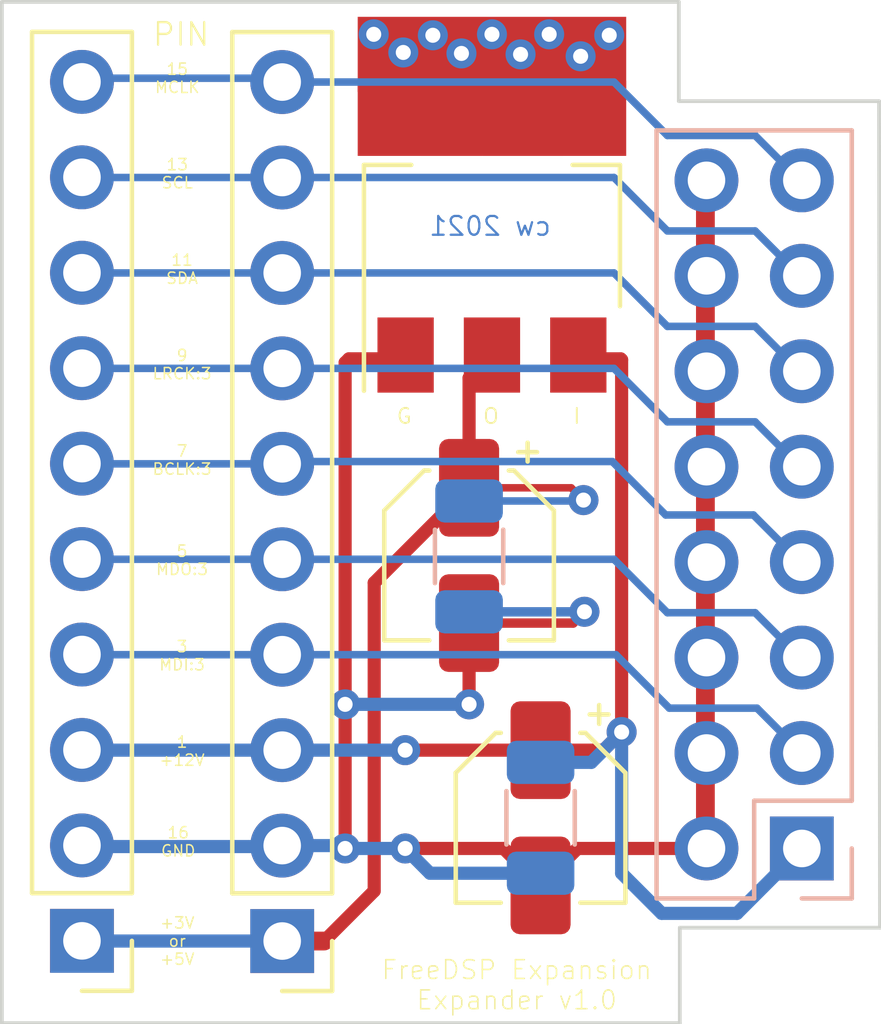
<source format=kicad_pcb>
(kicad_pcb (version 20220211) (generator pcbnew)
  (title_block (date "2021-04-07"))
  (layers (0 "F.Cu" signal) (31 "B.Cu" signal) (34 "B.Paste" user) (35 "F.Paste" user) (36 "B.SilkS" user "B.Silkscreen") (37 "F.SilkS" user "F.Silkscreen") (38 "B.Mask" user) (39 "F.Mask" user) (44 "Edge.Cuts" user))
  (net 0 "")
  (net 1 "GND")
  (net 2 "+12V")
  (net 3 "+3V3")
  (net 4 "SCL")
  (net 5 "SDA")
  (net 6 "BCLK:3")
  (net 7 "MDO:3")
  (net 8 "MDI:3")
  (net 9 "MCLK")
  (net 10 "LRCK:3")
  (footprint "Connector_PinHeader_2.54mm:PinHeader_1x10_P2.54mm_Vertical" (layer "F.Cu") (at 144.377 99.09 180)
    (fp_text reference "J4" hide)
    (fp_text value "PinHeader_1x10_P2.54mm_Vertical" hide)
    (fp_line (start -1.33 -1.33) (end 0 -1.33) (stroke (width 0.12)) (layer "F.SilkS"))
    (fp_line (start -1.33 0) (end -1.33 -1.33) (stroke (width 0.12)) (layer "F.SilkS"))
    (fp_line (start -1.33 1.27) (end -1.33 24.19) (stroke (width 0.12)) (layer "F.SilkS"))
    (fp_line (start -1.33 1.27) (end 1.33 1.27) (stroke (width 0.12)) (layer "F.SilkS"))
    (fp_line (start -1.33 24.19) (end 1.33 24.19) (stroke (width 0.12)) (layer "F.SilkS"))
    (fp_line (start 1.33 1.27) (end 1.33 24.19) (stroke (width 0.12)) (layer "F.SilkS"))
    (pad "0" thru_hole rect locked (at 0 0 180) (size 1.7 1.7) (drill 1) (layers *.Cu *.Mask) (net 3 "+3V3"))
    (pad "1" thru_hole oval locked (at 0 2.54 180) (size 1.7 1.7) (drill 1) (layers *.Cu *.Mask) (net 1 "GND"))
    (pad "2" thru_hole oval locked (at 0 5.08 180) (size 1.7 1.7) (drill 1) (layers *.Cu *.Mask) (net 2 "+12V"))
    (pad "3" thru_hole oval locked (at 0 7.62 180) (size 1.7 1.7) (drill 1) (layers *.Cu *.Mask) (net 8 "MDI:3"))
    (pad "4" thru_hole oval locked (at 0 10.16 180) (size 1.7 1.7) (drill 1) (layers *.Cu *.Mask) (net 7 "MDO:3"))
    (pad "5" thru_hole oval locked (at 0 12.7 180) (size 1.7 1.7) (drill 1) (layers *.Cu *.Mask) (net 6 "BCLK:3"))
    (pad "6" thru_hole oval locked (at 0 15.24 180) (size 1.7 1.7) (drill 1) (layers *.Cu *.Mask) (net 10 "LRCK:3"))
    (pad "7" thru_hole oval locked (at 0 17.78 180) (size 1.7 1.7) (drill 1) (layers *.Cu *.Mask) (net 5 "SDA"))
    (pad "8" thru_hole oval locked (at 0 20.32 180) (size 1.7 1.7) (drill 1) (layers *.Cu *.Mask) (net 4 "SCL"))
    (pad "9" thru_hole oval locked (at 0 22.86 180) (size 1.7 1.7) (drill 1) (layers *.Cu *.Mask) (net 9 "MCLK"))
  )
  (footprint "" (layer "F.Cu") (at 151.6414 75.4934)
    (fp_text reference "" (at 0 0) (layer "F.SilkS") (effects (font (size 1.27 1.27))))
    (fp_text value "" (at 0 0) (layer "F.SilkS") (effects (font (size 1.27 1.27))))
    (pad "2" smd rect locked (at 0 0 90) (size 2 3.8) (layers "F.Cu" "F.Paste" "F.Mask"))
  )
  (footprint "Capacitor_SMD:CP_Elec_4x5.4" (layer "F.Cu") (at 149.3554 88.8284 -90)
    (fp_text reference "C2" hide)
    (fp_text value "CP_Elec_4x5.4" hide)
    (fp_line (start -3 -1.56) (end -2.5 -1.56) (stroke (width 0.12)) (layer "F.SilkS"))
    (fp_line (start -2.75 -1.81) (end -2.75 -1.31) (stroke (width 0.12)) (layer "F.SilkS"))
    (fp_line (start -2.26 -1.195563) (end -2.26 -1.06) (stroke (width 0.12)) (layer "F.SilkS"))
    (fp_line (start -2.26 -1.195563) (end -1.195563 -2.26) (stroke (width 0.12)) (layer "F.SilkS"))
    (fp_line (start -2.26 1.195563) (end -2.26 1.06) (stroke (width 0.12)) (layer "F.SilkS"))
    (fp_line (start -2.26 1.195563) (end -1.195563 2.26) (stroke (width 0.12)) (layer "F.SilkS"))
    (fp_line (start -1.195563 -2.26) (end 2.26 -2.26) (stroke (width 0.12)) (layer "F.SilkS"))
    (fp_line (start -1.195563 2.26) (end 2.26 2.26) (stroke (width 0.12)) (layer "F.SilkS"))
    (fp_line (start 2.26 -2.26) (end 2.26 -1.06) (stroke (width 0.12)) (layer "F.SilkS"))
    (fp_line (start 2.26 2.26) (end 2.26 1.06) (stroke (width 0.12)) (layer "F.SilkS"))
    (pad "1" smd roundrect locked (at -1.8 0 270) (size 2.6 1.6) (layers "F.Cu" "F.Paste" "F.Mask") (roundrect_rratio 0.156) (net 3 "+3V3"))
    (pad "2" smd roundrect locked (at 1.8 0 270) (size 2.6 1.6) (layers "F.Cu" "F.Paste" "F.Mask") (roundrect_rratio 0.156) (net 1 "GND"))
  )
  (footprint "Capacitor_SMD:CP_Elec_4x5.4" (layer "F.Cu") (at 151.2604 95.81 -90)
    (fp_text reference "C1" hide)
    (fp_text value "CP_Elec_4x5.4" hide)
    (fp_line (start -3 -1.56) (end -2.5 -1.56) (stroke (width 0.12)) (layer "F.SilkS"))
    (fp_line (start -2.75 -1.81) (end -2.75 -1.31) (stroke (width 0.12)) (layer "F.SilkS"))
    (fp_line (start -2.26 -1.195563) (end -2.26 -1.06) (stroke (width 0.12)) (layer "F.SilkS"))
    (fp_line (start -2.26 -1.195563) (end -1.195563 -2.26) (stroke (width 0.12)) (layer "F.SilkS"))
    (fp_line (start -2.26 1.195563) (end -2.26 1.06) (stroke (width 0.12)) (layer "F.SilkS"))
    (fp_line (start -2.26 1.195563) (end -1.195563 2.26) (stroke (width 0.12)) (layer "F.SilkS"))
    (fp_line (start -1.195563 -2.26) (end 2.26 -2.26) (stroke (width 0.12)) (layer "F.SilkS"))
    (fp_line (start -1.195563 2.26) (end 2.26 2.26) (stroke (width 0.12)) (layer "F.SilkS"))
    (fp_line (start 2.26 -2.26) (end 2.26 -1.06) (stroke (width 0.12)) (layer "F.SilkS"))
    (fp_line (start 2.26 2.26) (end 2.26 1.06) (stroke (width 0.12)) (layer "F.SilkS"))
    (pad "1" smd roundrect locked (at -1.8 0 270) (size 2.6 1.6) (layers "F.Cu" "F.Paste" "F.Mask") (roundrect_rratio 0.15625) (net 2 "+12V"))
    (pad "2" smd roundrect locked (at 1.8 0 270) (size 2.6 1.6) (layers "F.Cu" "F.Paste" "F.Mask") (roundrect_rratio 0.15625) (net 1 "GND"))
  )
  (footprint "" (layer "F.Cu") (at 151.6414 77.1952)
    (fp_text reference "" (at 0 0) (layer "F.SilkS") (effects (font (size 1.27 1.27))))
    (fp_text value "" (at 0 0) (layer "F.SilkS") (effects (font (size 1.27 1.27))))
    (pad "2" smd rect locked (at 0 0 90) (size 2 3.8) (layers "F.Cu" "F.Paste" "F.Mask"))
  )
  (footprint "Connector_PinHeader_2.54mm:PinHeader_1x10_P2.54mm_Vertical" (layer "F.Cu") (at 139.043 99.085 180)
    (fp_text reference "J4" hide)
    (fp_text value "PinHeader_1x10_P2.54mm_Vertical" hide)
    (fp_line (start -1.33 -1.33) (end 0 -1.33) (stroke (width 0.12)) (layer "F.SilkS"))
    (fp_line (start -1.33 0) (end -1.33 -1.33) (stroke (width 0.12)) (layer "F.SilkS"))
    (fp_line (start -1.33 1.27) (end -1.33 24.19) (stroke (width 0.12)) (layer "F.SilkS"))
    (fp_line (start -1.33 1.27) (end 1.33 1.27) (stroke (width 0.12)) (layer "F.SilkS"))
    (fp_line (start -1.33 24.19) (end 1.33 24.19) (stroke (width 0.12)) (layer "F.SilkS"))
    (fp_line (start 1.33 1.27) (end 1.33 24.19) (stroke (width 0.12)) (layer "F.SilkS"))
    (pad "0" thru_hole rect locked (at 0 0 180) (size 1.7 1.7) (drill 1) (layers *.Cu *.Mask) (net 3 "+3V3"))
    (pad "1" thru_hole oval locked (at 0 2.54 180) (size 1.7 1.7) (drill 1) (layers *.Cu *.Mask) (net 1 "GND"))
    (pad "2" thru_hole oval locked (at 0 5.08 180) (size 1.7 1.7) (drill 1) (layers *.Cu *.Mask) (net 2 "+12V"))
    (pad "3" thru_hole oval locked (at 0 7.62 180) (size 1.7 1.7) (drill 1) (layers *.Cu *.Mask) (net 8 "MDI:3"))
    (pad "4" thru_hole oval locked (at 0 10.16 180) (size 1.7 1.7) (drill 1) (layers *.Cu *.Mask) (net 7 "MDO:3"))
    (pad "5" thru_hole oval locked (at 0 12.7 180) (size 1.7 1.7) (drill 1) (layers *.Cu *.Mask) (net 6 "BCLK:3"))
    (pad "6" thru_hole oval locked (at 0 15.24 180) (size 1.7 1.7) (drill 1) (layers *.Cu *.Mask) (net 10 "LRCK:3"))
    (pad "7" thru_hole oval locked (at 0 17.78 180) (size 1.7 1.7) (drill 1) (layers *.Cu *.Mask) (net 5 "SDA"))
    (pad "8" thru_hole oval locked (at 0 20.32 180) (size 1.7 1.7) (drill 1) (layers *.Cu *.Mask) (net 4 "SCL"))
    (pad "9" thru_hole oval locked (at 0 22.86 180) (size 1.7 1.7) (drill 1) (layers *.Cu *.Mask) (net 9 "MCLK"))
  )
  (footprint "Package_TO_SOT_SMD:SOT-223-3_TabPin2" (layer "F.Cu") (at 149.965 80.3452 90)
    (fp_text reference "U1" hide)
    (fp_text value "SOT-223-3_TabPin2" hide)
    (fp_line (start -4.1 -3.41) (end 1.91 -3.41) (stroke (width 0.12)) (layer "F.SilkS"))
    (fp_line (start -1.85 3.41) (end 1.91 3.41) (stroke (width 0.12)) (layer "F.SilkS"))
    (fp_line (start 1.91 -3.41) (end 1.91 -2.15) (stroke (width 0.12)) (layer "F.SilkS"))
    (fp_line (start 1.91 3.41) (end 1.91 2.15) (stroke (width 0.12)) (layer "F.SilkS"))
    (pad "1" smd rect locked (at -3.15 -2.3 90) (size 2 1.5) (layers "F.Cu" "F.Paste" "F.Mask") (net 1 "GND"))
    (pad "2" smd rect locked (at -3.15 0 90) (size 2 1.5) (layers "F.Cu" "F.Paste" "F.Mask") (net 3 "+3V3"))
    (pad "2" smd rect locked (at 3.15 0 90) (size 2 3.8) (layers "F.Cu" "F.Paste" "F.Mask"))
    (pad "3" smd rect locked (at -3.15 2.3 90) (size 2 1.5) (layers "F.Cu" "F.Paste" "F.Mask") (net 2 "+12V"))
  )
  (footprint "" (layer "F.Cu") (at 148.2886 75.4934)
    (fp_text reference "" (at 0 0) (layer "F.SilkS") (effects (font (size 1.27 1.27))))
    (fp_text value "" (at 0 0) (layer "F.SilkS") (effects (font (size 1.27 1.27))))
    (pad "2" smd rect locked (at 0 0 90) (size 2 3.8) (layers "F.Cu" "F.Paste" "F.Mask"))
  )
  (footprint "" (layer "F.Cu") (at 148.2886 77.1952)
    (fp_text reference "" (at 0 0) (layer "F.SilkS") (effects (font (size 1.27 1.27))))
    (fp_text value "" (at 0 0) (layer "F.SilkS") (effects (font (size 1.27 1.27))))
    (pad "2" smd rect locked (at 0 0 90) (size 2 3.8) (layers "F.Cu" "F.Paste" "F.Mask"))
  )
  (footprint "Capacitor_SMD:C_1206_3216Metric" (layer "B.Cu") (at 151.2604 95.81 -90)
    (fp_text reference "C11" hide)
    (fp_text value "C_1206_3216Metric" hide)
    (fp_line (start -0.711252 -0.91) (end 0.711252 -0.91) (stroke (width 0.12)) (layer "B.SilkS"))
    (fp_line (start -0.711252 0.91) (end 0.711252 0.91) (stroke (width 0.12)) (layer "B.SilkS"))
    (pad "1" smd roundrect locked (at -1.475 0 270) (size 1.15 1.8) (layers "B.Cu" "B.Paste" "B.Mask") (roundrect_rratio 0.217) (net 2 "+12V"))
    (pad "2" smd roundrect locked (at 1.475 0 270) (size 1.15 1.8) (layers "B.Cu" "B.Paste" "B.Mask") (roundrect_rratio 0.217) (net 1 "GND"))
  )
  (footprint "Connector_PinSocket_2.54mm:PinSocket_2x08_P2.54mm_Vertical" (layer "B.Cu") (at 158.22 96.6262)
    (fp_text reference "J2" hide)
    (fp_text value "PinSocket_2x08_P2.54mm_Vertical" hide)
    (fp_line (start -3.87 -19.11) (end 1.33 -19.11) (stroke (width 0.12)) (layer "B.SilkS"))
    (fp_line (start -3.87 1.33) (end -3.87 -19.11) (stroke (width 0.12)) (layer "B.SilkS"))
    (fp_line (start -3.87 1.33) (end -1.27 1.33) (stroke (width 0.12)) (layer "B.SilkS"))
    (fp_line (start -1.27 -1.27) (end 1.33 -1.27) (stroke (width 0.12)) (layer "B.SilkS"))
    (fp_line (start -1.27 1.33) (end -1.27 -1.27) (stroke (width 0.12)) (layer "B.SilkS"))
    (fp_line (start 0 1.33) (end 1.33 1.33) (stroke (width 0.12)) (layer "B.SilkS"))
    (fp_line (start 1.33 -1.27) (end 1.33 -19.11) (stroke (width 0.12)) (layer "B.SilkS"))
    (fp_line (start 1.33 1.33) (end 1.33 0) (stroke (width 0.12)) (layer "B.SilkS"))
    (pad "1" thru_hole rect locked (at 0 0) (size 1.7 1.7) (drill 1) (layers *.Cu *.Mask) (net 2 "+12V"))
    (pad "2" thru_hole oval locked (at -2.54 0) (size 1.7 1.7) (drill 1) (layers *.Cu *.Mask) (net 1 "GND"))
    (pad "3" thru_hole oval locked (at 0 -2.54) (size 1.7 1.7) (drill 1) (layers *.Cu *.Mask) (net 8 "MDI:3"))
    (pad "4" thru_hole oval locked (at -2.54 -2.54) (size 1.7 1.7) (drill 1) (layers *.Cu *.Mask) (net 1 "GND"))
    (pad "5" thru_hole oval locked (at 0 -5.08) (size 1.7 1.7) (drill 1) (layers *.Cu *.Mask) (net 7 "MDO:3"))
    (pad "6" thru_hole oval locked (at -2.54 -5.08) (size 1.7 1.7) (drill 1) (layers *.Cu *.Mask) (net 1 "GND"))
    (pad "7" thru_hole oval locked (at 0 -7.62) (size 1.7 1.7) (drill 1) (layers *.Cu *.Mask) (net 6 "BCLK:3"))
    (pad "8" thru_hole oval locked (at -2.54 -7.62) (size 1.7 1.7) (drill 1) (layers *.Cu *.Mask) (net 1 "GND"))
    (pad "9" thru_hole oval locked (at 0 -10.16) (size 1.7 1.7) (drill 1) (layers *.Cu *.Mask) (net 10 "LRCK:3"))
    (pad "10" thru_hole oval locked (at -2.54 -10.16) (size 1.7 1.7) (drill 1) (layers *.Cu *.Mask) (net 1 "GND"))
    (pad "11" thru_hole oval locked (at 0 -12.7) (size 1.7 1.7) (drill 1) (layers *.Cu *.Mask) (net 5 "SDA"))
    (pad "12" thru_hole oval locked (at -2.54 -12.7) (size 1.7 1.7) (drill 1) (layers *.Cu *.Mask) (net 1 "GND"))
    (pad "13" thru_hole oval locked (at 0 -15.24) (size 1.7 1.7) (drill 1) (layers *.Cu *.Mask) (net 4 "SCL"))
    (pad "14" thru_hole oval locked (at -2.54 -15.24) (size 1.7 1.7) (drill 1) (layers *.Cu *.Mask) (net 1 "GND"))
    (pad "15" thru_hole oval locked (at 0 -17.78) (size 1.7 1.7) (drill 1) (layers *.Cu *.Mask) (net 9 "MCLK"))
    (pad "16" thru_hole oval locked (at -2.54 -17.78) (size 1.7 1.7) (drill 1) (layers *.Cu *.Mask) (net 1 "GND"))
  )
  (footprint "Capacitor_SMD:C_1206_3216Metric" (layer "B.Cu") (at 149.3554 88.8538 -90)
    (fp_text reference "C22" hide)
    (fp_text value "C_1206_3216Metric" hide)
    (fp_line (start -0.711252 -0.91) (end 0.711252 -0.91) (stroke (width 0.12)) (layer "B.SilkS"))
    (fp_line (start -0.711252 0.91) (end 0.711252 0.91) (stroke (width 0.12)) (layer "B.SilkS"))
    (pad "1" smd roundrect locked (at -1.475 0 270) (size 1.15 1.8) (layers "B.Cu" "B.Paste" "B.Mask") (roundrect_rratio 0.217) (net 3 "+3V3"))
    (pad "2" smd roundrect locked (at 1.475 0 270) (size 1.15 1.8) (layers "B.Cu" "B.Paste" "B.Mask") (roundrect_rratio 0.217) (net 1 "GND"))
  )
  (gr_line (start 160.2774 76.738) (end 154.9434 76.738) (stroke (width 0.1)) (layer "Edge.Cuts"))
  (gr_line (start 160.3028 98.7344) (end 160.2774 76.738) (stroke (width 0.1)) (layer "Edge.Cuts"))
  (gr_line (start 154.9688 101.2744) (end 154.9688 98.7344) (stroke (width 0.1)) (layer "Edge.Cuts"))
  (gr_line (start 154.9434 76.738) (end 154.9434 74.0964) (stroke (width 0.1)) (layer "Edge.Cuts"))
  (gr_line (start 136.9094 101.2744) (end 154.9688 101.2744) (stroke (width 0.1)) (layer "Edge.Cuts"))
  (gr_line (start 154.9688 98.7344) (end 160.3028 98.7344) (stroke (width 0.1)) (layer "Edge.Cuts"))
  (gr_line (start 154.9434 74.0964) (end 136.9094 74.0964) (stroke (width 0.1)) (layer "Edge.Cuts"))
  (gr_line (start 136.9094 74.0964) (end 136.9094 101.2744) (stroke (width 0.1)) (layer "Edge.Cuts"))
  (gr_text "cw 2021" (at 149.9142 80.0654) (layer "B.Cu") (effects (font (size 0.5 0.5) (thickness 0.06)) (justify mirror)))
  (gr_text "13\nSCL" (at 141.583 78.6684) (layer "F.SilkS") (effects (font (size 0.3 0.3) (thickness 0.04))))
  (gr_text "1\n+12V" (at 141.71 94.0354) (layer "F.SilkS") (effects (font (size 0.3 0.3) (thickness 0.04))))
  (gr_text "15\nMCLK" (at 141.583 76.1284) (layer "F.SilkS") (effects (font (size 0.3 0.3) (thickness 0.04))))
  (gr_text "16\nGND" (at 141.6084 96.4484) (layer "F.SilkS") (effects (font (size 0.3 0.3) (thickness 0.04))))
  (gr_text "11\nSDA" (at 141.71 81.2084) (layer "F.SilkS") (effects (font (size 0.3 0.3) (thickness 0.04))))
  (gr_text "5\nMDO:3" (at 141.71 88.9554) (layer "F.SilkS") (effects (font (size 0.3 0.3) (thickness 0.04))))
  (gr_text "7\nBCLK:3" (at 141.71 86.2884) (layer "F.SilkS") (effects (font (size 0.3 0.3) (thickness 0.04))))
  (gr_text "+3V\nor\n+5V" (at 141.583 99.09) (layer "F.SilkS") (effects (font (size 0.3 0.3) (thickness 0.04))))
  (gr_text "O" (at 149.9396 85.12) (layer "F.SilkS") (effects (font (size 0.4 0.4) (thickness 0.05))))
  (gr_text "FreeDSP Expansion\nExpander v1.0" (at 150.6254 100.2584) (layer "F.SilkS") (effects (font (size 0.5 0.5) (thickness 0.04))))
  (gr_text "G" (at 147.6282 85.12) (layer "F.SilkS") (effects (font (size 0.4 0.4) (thickness 0.05))))
  (gr_text "9\nLRCK:3" (at 141.71 83.7484) (layer "F.SilkS") (effects (font (size 0.3 0.3) (thickness 0.04))))
  (gr_text "3\nMDI:3" (at 141.71 91.4954) (layer "F.SilkS") (effects (font (size 0.3 0.3) (thickness 0.04))))
  (gr_text "I" (at 152.2256 85.12) (layer "F.SilkS") (effects (font (size 0.4 0.4) (thickness 0.05))))
  (gr_text "PIN" (at 141.6846 74.96) (layer "F.SilkS") (effects (font (size 0.6 0.6) (thickness 0.06))))
  (via (at 153.0892 74.9854) (size 0.8) (drill 0.4) (layers "F.Cu" "B.Cu") (net 0))
  (via (at 152.3272 75.5442) (size 0.8) (drill 0.4) (layers "F.Cu" "B.Cu") (net 0))
  (via (at 149.965 74.96) (size 0.8) (drill 0.4) (layers "F.Cu" "B.Cu") (net 0))
  (via (at 147.6028 75.4426) (size 0.8) (drill 0.4) (layers "F.Cu" "B.Cu") (net 0))
  (via (at 148.3902 74.9854) (size 0.8) (drill 0.4) (layers "F.Cu" "B.Cu") (net 0))
  (via (at 149.1522 75.468) (size 0.8) (drill 0.4) (layers "F.Cu" "B.Cu") (net 0))
  (via (at 150.727 75.4934) (size 0.8) (drill 0.4) (layers "F.Cu" "B.Cu") (net 0))
  (via (at 151.489 74.96) (size 0.8) (drill 0.4) (layers "F.Cu" "B.Cu") (net 0))
  (via (at 146.8154 74.96) (size 0.8) (drill 0.4) (layers "F.Cu" "B.Cu") (net 0))
  (segment (start 150.2766 96.6262) (end 151.2604 97.61) (width 0.35) (layer "F.Cu") (net 1))
  (segment (start 152.4288 90.327) (end 152.1274 90.6284) (width 0.25) (layer "F.Cu") (net 1))
  (segment (start 146.0534 96.6262) (end 146.0534 92.7908) (width 0.35) (layer "F.Cu") (net 1))
  (segment (start 146.0534 83.6976) (end 146.1546 83.5964) (width 0.35) (layer "F.Cu") (net 1))
  (segment (start 152.1274 90.6284) (end 149.3554 90.6284) (width 0.25) (layer "F.Cu") (net 1))
  (segment (start 155.6512 81.295) (end 155.6512 83.835) (width 0.5) (layer "F.Cu") (net 1))
  (segment (start 155.6512 93.995) (end 155.6512 96.535) (width 0.5) (layer "F.Cu") (net 1))
  (segment (start 152.2442 96.6262) (end 151.2604 97.61) (width 0.35) (layer "F.Cu") (net 1))
  (segment (start 149.3554 92.7908) (end 149.3554 90.6284) (width 0.35) (layer "F.Cu") (net 1))
  (segment (start 147.6904 83.5964) (end 147.6904 83.5828) (width 0.2) (layer "F.Cu") (net 1))
  (segment (start 146.0534 92.7908) (end 146.0534 83.6976) (width 0.35) (layer "F.Cu") (net 1))
  (segment (start 155.6512 88.915) (end 155.6512 91.455) (width 0.5) (layer "F.Cu") (net 1))
  (segment (start 155.6512 86.375) (end 155.6512 88.915) (width 0.5) (layer "F.Cu") (net 1))
  (segment (start 155.6512 91.455) (end 155.6512 93.995) (width 0.5) (layer "F.Cu") (net 1))
  (segment (start 155.68 96.6262) (end 152.2442 96.6262) (width 0.35) (layer "F.Cu") (net 1))
  (segment (start 147.6536 96.6262) (end 150.2766 96.6262) (width 0.35) (layer "F.Cu") (net 1))
  (segment (start 146.1546 83.5964) (end 147.6904 83.5964) (width 0.35) (layer "F.Cu") (net 1))
  (segment (start 155.6512 83.835) (end 155.6512 86.375) (width 0.5) (layer "F.Cu") (net 1))
  (segment (start 155.6512 78.755) (end 155.6512 81.295) (width 0.5) (layer "F.Cu") (net 1))
  (via (at 147.6536 96.6262) (size 0.8) (drill 0.4) (layers "F.Cu" "B.Cu") (net 1))
  (via (at 149.3554 92.7908) (size 0.8) (drill 0.4) (layers "F.Cu" "B.Cu") (net 1))
  (via (at 146.0534 96.6262) (size 0.8) (drill 0.4) (layers "F.Cu" "B.Cu") (net 1))
  (via (at 146.0534 92.7908) (size 0.8) (drill 0.4) (layers "F.Cu" "B.Cu") (net 1))
  (via (at 152.4288 90.327) (size 0.8) (drill 0.4) (layers "F.Cu" "B.Cu") (net 1))
  (segment (start 152.4288 90.327) (end 152.427 90.3288) (width 0.25) (layer "B.Cu") (net 1))
  (segment (start 139.048 96.55) (end 139.043 96.545) (width 0.5) (layer "B.Cu") (net 1))
  (segment (start 147.3996 96.6262) (end 146.7646 96.6262) (width 0.35) (layer "B.Cu") (net 1))
  (segment (start 146.7646 96.6262) (end 146.1042 96.6262) (width 0.35) (layer "B.Cu") (net 1))
  (segment (start 144.377 96.55) (end 146.028 96.55) (width 0.35) (layer "B.Cu") (net 1))
  (segment (start 148.3124 97.285) (end 147.6536 96.6262) (width 0.35) (layer "B.Cu") (net 1))
  (segment (start 144.3999 96.5754) (end 139.0709 96.5754) (width 0.35) (layer "B.Cu") (net 1))
  (segment (start 152.427 90.3288) (end 149.3554 90.3288) (width 0.25) (layer "B.Cu") (net 1))
  (segment (start 144.4532 96.6262) (end 144.377 96.55) (width 0.2) (layer "B.Cu") (net 1))
  (segment (start 146.0534 92.7908) (end 149.3554 92.7908) (width 0.35) (layer "B.Cu") (net 1))
  (segment (start 146.028 96.55) (end 146.1042 96.6262) (width 0.2) (layer "B.Cu") (net 1))
  (segment (start 151.2604 97.285) (end 148.3124 97.285) (width 0.35) (layer "B.Cu") (net 1))
  (segment (start 151.2604 94.01) (end 152.9368 94.01) (width 0.35) (layer "F.Cu") (net 2))
  (segment (start 153.4194 93.5274) (end 153.4194 83.6214) (width 0.35) (layer "F.Cu") (net 2))
  (segment (start 153.4194 83.6214) (end 153.3944 83.5964) (width 0.35) (layer "F.Cu") (net 2))
  (segment (start 152.9368 94.01) (end 153.4194 93.5274) (width 0.35) (layer "F.Cu") (net 2))
  (segment (start 153.3944 83.5964) (end 152.2904 83.5964) (width 0.35) (layer "F.Cu") (net 2))
  (segment (start 151.2604 94.01) (end 147.6536 94.01) (width 0.35) (layer "F.Cu") (net 2))
  (via (at 153.4194 93.5274) (size 0.8) (drill 0.4) (layers "F.Cu" "B.Cu") (net 2))
  (via (at 147.6536 94.01) (size 0.8) (drill 0.4) (layers "F.Cu" "B.Cu") (net 2))
  (segment (start 152.6118 94.335) (end 151.2604 94.335) (width 0.35) (layer "B.Cu") (net 2))
  (segment (start 158.22 96.6262) (end 156.4928 98.3534) (width 0.35) (layer "B.Cu") (net 2))
  (segment (start 153.4194 93.5274) (end 152.6118 94.335) (width 0.35) (layer "B.Cu") (net 2))
  (segment (start 154.4862 98.3534) (end 153.4194 97.2866) (width 0.35) (layer "B.Cu") (net 2))
  (segment (start 147.6536 94.01) (end 144.377 94.01) (width 0.35) (layer "B.Cu") (net 2))
  (segment (start 156.4928 98.3534) (end 154.4862 98.3534) (width 0.35) (layer "B.Cu") (net 2))
  (segment (start 153.4194 97.2866) (end 153.4194 93.5274) (width 0.35) (layer "B.Cu") (net 2))
  (segment (start 144.377 94.01) (end 139.048 94.01) (width 0.35) (layer "B.Cu") (net 2))
  (segment (start 139.048 94.01) (end 139.043 94.005) (width 0.2) (layer "B.Cu") (net 2))
  (segment (start 149.3554 87.0284) (end 148.889089 87.494711) (width 0.2) (layer "F.Cu") (net 3))
  (segment (start 152.0766 87.0284) (end 152.4034 87.3552) (width 0.2) (layer "F.Cu") (net 3))
  (segment (start 145.4946 99.09) (end 146.827911 97.756689) (width 0.35) (layer "F.Cu") (net 3))
  (segment (start 149.9904 86.3934) (end 149.3554 87.0284) (width 0.2) (layer "F.Cu") (net 3))
  (segment (start 146.827911 89.555889) (end 149.3554 87.0284) (width 0.35) (layer "F.Cu") (net 3))
  (segment (start 149.3554 87.0284) (end 149.3554 84.1048) (width 0.35) (layer "F.Cu") (net 3))
  (segment (start 149.3554 87.0284) (end 152.0766 87.0284) (width 0.2) (layer "F.Cu") (net 3))
  (segment (start 146.827911 97.756689) (end 146.827911 89.555889) (width 0.35) (layer "F.Cu") (net 3))
  (segment (start 144.377 99.09) (end 145.4946 99.09) (width 0.5) (layer "F.Cu") (net 3))
  (segment (start 149.3554 84.1048) (end 149.965 83.4952) (width 0.35) (layer "F.Cu") (net 3))
  (via (at 152.4034 87.3552) (size 0.8) (drill 0.4) (layers "F.Cu" "B.Cu") (net 3))
  (segment (start 152.4034 87.3552) (end 152.3798 87.3788) (width 0.2) (layer "B.Cu") (net 3))
  (segment (start 139.048 99.09) (end 139.043 99.085) (width 0.2) (layer "B.Cu") (net 3))
  (segment (start 144.377 99.09) (end 139.048 99.09) (width 0.35) (layer "B.Cu") (net 3))
  (segment (start 152.3798 87.3788) (end 149.3554 87.3788) (width 0.2) (layer "B.Cu") (net 3))
  (segment (start 154.6386 80.1924) (end 156.9754 80.1924) (width 0.2) (layer "B.Cu") (net 4))
  (segment (start 153.2162 78.77) (end 154.6386 80.1924) (width 0.2) (layer "B.Cu") (net 4))
  (segment (start 144.377 79.3) (end 144.377 78.77) (width 0.2) (layer "B.Cu") (net 4))
  (segment (start 156.9754 80.1924) (end 158.1692 81.3862) (width 0.2) (layer "B.Cu") (net 4))
  (segment (start 144.377 78.77) (end 139.048 78.77) (width 0.2) (layer "B.Cu") (net 4))
  (segment (start 139.048 78.77) (end 139.043 78.765) (width 0.2) (layer "B.Cu") (net 4))
  (segment (start 144.3262 78.77) (end 153.2162 78.77) (width 0.2) (layer "B.Cu") (net 4))
  (segment (start 144.377 81.31) (end 139.048 81.31) (width 0.2) (layer "B.Cu") (net 5))
  (segment (start 154.6386 82.7324) (end 156.9754 82.7324) (width 0.2) (layer "B.Cu") (net 5))
  (segment (start 153.2162 81.31) (end 154.6386 82.7324) (width 0.2) (layer "B.Cu") (net 5))
  (segment (start 139.048 81.31) (end 139.043 81.305) (width 0.2) (layer "B.Cu") (net 5))
  (segment (start 144.3262 81.31) (end 153.2162 81.31) (width 0.2) (layer "B.Cu") (net 5))
  (segment (start 156.9754 82.7324) (end 158.1692 83.9262) (width 0.2) (layer "B.Cu") (net 5))
  (segment (start 156.93 87.7512) (end 158.1238 88.945) (width 0.2) (layer "B.Cu") (net 6))
  (segment (start 154.5932 87.7512) (end 156.93 87.7512) (width 0.2) (layer "B.Cu") (net 6))
  (segment (start 153.1708 86.3288) (end 154.5932 87.7512) (width 0.2) (layer "B.Cu") (net 6))
  (segment (start 144.2808 86.3288) (end 153.1708 86.3288) (width 0.2) (layer "B.Cu") (net 6))
  (segment (start 139.048 86.39) (end 139.043 86.385) (width 0.2) (layer "B.Cu") (net 6))
  (segment (start 144.377 86.39) (end 139.048 86.39) (width 0.2) (layer "B.Cu") (net 6))
  (segment (start 156.9754 90.3524) (end 158.1692 91.5462) (width 0.2) (layer "B.Cu") (net 7))
  (segment (start 139.048 88.93) (end 139.043 88.925) (width 0.2) (layer "B.Cu") (net 7))
  (segment (start 154.6386 90.3524) (end 156.9754 90.3524) (width 0.2) (layer "B.Cu") (net 7))
  (segment (start 144.3262 88.93) (end 153.2162 88.93) (width 0.2) (layer "B.Cu") (net 7))
  (segment (start 153.2162 88.93) (end 154.6386 90.3524) (width 0.2) (layer "B.Cu") (net 7))
  (segment (start 144.377 88.93) (end 139.048 88.93) (width 0.2) (layer "B.Cu") (net 7))
  (segment (start 154.6894 92.8924) (end 157.0262 92.8924) (width 0.2) (layer "B.Cu") (net 8))
  (segment (start 144.377 91.47) (end 153.267 91.47) (width 0.2) (layer "B.Cu") (net 8))
  (segment (start 153.267 91.47) (end 154.6894 92.8924) (width 0.2) (layer "B.Cu") (net 8))
  (segment (start 144.377 91.47) (end 139.048 91.47) (width 0.2) (layer "B.Cu") (net 8))
  (segment (start 157.0262 92.8924) (end 158.22 94.0862) (width 0.2) (layer "B.Cu") (net 8))
  (segment (start 139.048 91.47) (end 139.043 91.465) (width 0.2) (layer "B.Cu") (net 8))
  (segment (start 158.2182 78.782) (end 158.1912 78.755) (width 0.2) (layer "F.Cu") (net 9))
  (segment (start 158.22 78.8462) (end 158.22 79.4558) (width 0.2) (layer "F.Cu") (net 9))
  (segment (start 139.048 76.23) (end 139.043 76.225) (width 0.5) (layer "F.Cu") (net 9))
  (segment (start 144.3262 76.23) (end 153.2162 76.23) (width 0.2) (layer "B.Cu") (net 9))
  (segment (start 156.9754 77.6524) (end 158.1692 78.8462) (width 0.2) (layer "B.Cu") (net 9))
  (segment (start 154.6386 77.6524) (end 156.9754 77.6524) (width 0.2) (layer "B.Cu") (net 9))
  (segment (start 144.3999 76.1284) (end 139.0709 76.1284) (width 0.2) (layer "B.Cu") (net 9))
  (segment (start 139.048 76.23) (end 139.043 76.225) (width 0.5) (layer "B.Cu") (net 9))
  (segment (start 153.2162 76.23) (end 154.6386 77.6524) (width 0.2) (layer "B.Cu") (net 9))
  (segment (start 144.3262 83.85) (end 153.2162 83.85) (width 0.2) (layer "B.Cu") (net 10))
  (segment (start 144.377 83.85) (end 139.048 83.85) (width 0.2) (layer "B.Cu") (net 10))
  (segment (start 139.048 83.85) (end 139.043 83.845) (width 0.2) (layer "B.Cu") (net 10))
  (segment (start 156.9754 85.2724) (end 158.1692 86.4662) (width 0.2) (layer "B.Cu") (net 10))
  (segment (start 154.6386 85.2724) (end 156.9754 85.2724) (width 0.2) (layer "B.Cu") (net 10))
  (segment (start 153.2162 83.85) (end 154.6386 85.2724) (width 0.2) (layer "B.Cu") (net 10))
)
</source>
